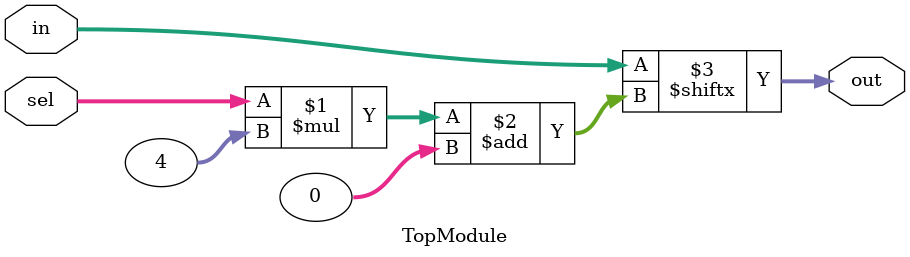
<source format=sv>
module TopModule (
    input  logic [1023:0] in,
    input  logic [7:0]    sel,
    output logic [3:0]    out
);

    assign out = in[sel*4 +: 4];

endmodule
</source>
